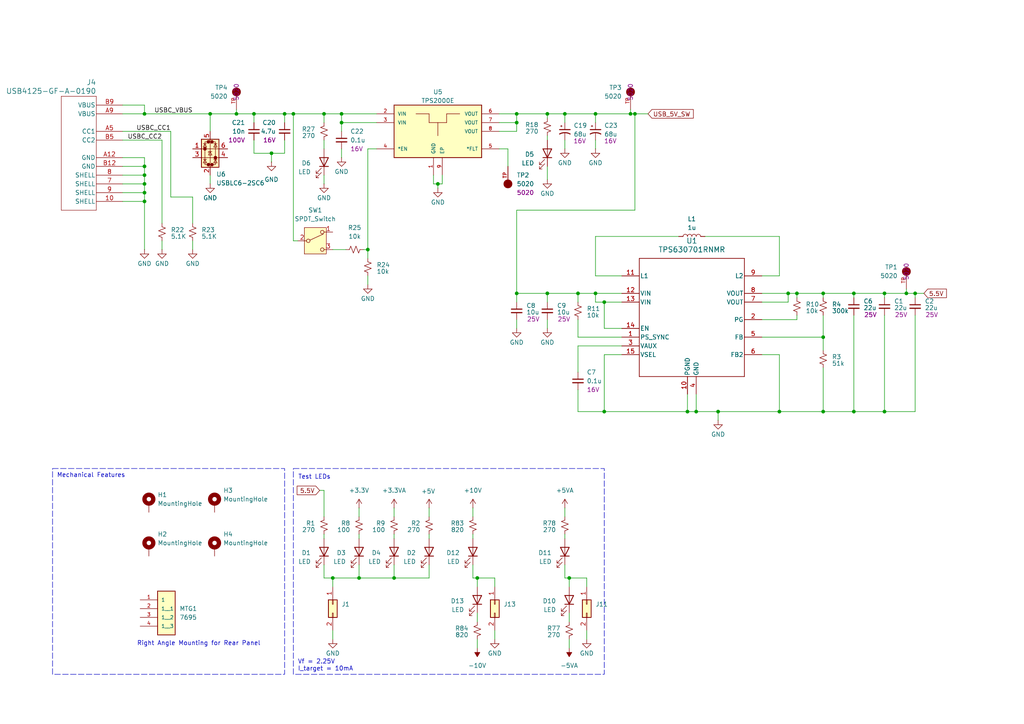
<source format=kicad_sch>
(kicad_sch (version 20250114) (generator "eeschema") (generator_version "9.0")
  (paper "A4")
  (lib_symbols
    (symbol "1_User_Library:5020" (pin_names (offset 1.016))
      (property "Reference" "TP" (at -2.5444 2.5415 0))
      (property "Value" "5020" (at -2.55 -5.0866 0))
      (symbol "5020_0_0"
        (pin passive line (at -5.08 0 0) (length 5.08) (name "~") (number "TP"))
      )
    )
    (symbol "1_User_Library:7695" (pin_names (offset 1.016))
      (property "Reference" "MTG" (at -2.54 3.81 0))
      (property "Value" "7695" (at -2.54 -11.43 0))
      (symbol "7695_0_0"
        (pin passive line (at -7.62 0 0) (length 5.08) (name "1") (number "1"))
        (pin passive line (at -7.62 -2.54 0) (length 5.08) (name "1__1") (number "2"))
        (pin passive line (at -7.62 -5.08 0) (length 5.08) (name "1__2") (number "3"))
        (pin passive line (at -7.62 -7.62 0) (length 5.08) (name "1__3") (number "4"))
      )
    )
    (symbol "1_User_Library:Capacitor_non_polar" (pin_numbers (hide yes)) (pin_names (offset 0.254) (hide yes))
      (property "Reference" "C" (at 2.54 1.778 0))
      (property "Value" "val" (at 2.54 0 0))
      (property "Voltage" "Vol" (at 2.54 -2.032 0))
      (symbol "Capacitor_non_polar_1_1"
        (pin passive line (at 0 2.54 270) (length 2.032) (name "~") (number "1"))
        (pin passive line (at 0 -2.54 90) (length 2.032) (name "~") (number "2"))
      )
    )
    (symbol "1_User_Library:Inductor" (pin_numbers (hide yes)) (pin_names (offset 1.016) (hide yes))
      (property "Reference" "L" (at -1.27 0 90))
      (property "Value" "Inductor" (at 1.905 0 90))
      (symbol "Inductor_1_1"
        (pin passive line (at 0 3.81 270) (length 1.27) (name "1") (number "1"))
        (pin passive line (at 0 -3.81 90) (length 1.27) (name "2") (number "2"))
      )
    )
    (symbol "1_User_Library:Resistor" (pin_numbers (hide yes)) (pin_names (offset 0.254) (hide yes))
      (property "Reference" "R" (at 0.762 0.508 0))
      (symbol "Resistor_1_1"
        (pin passive line (at 0 2.54 270) (length 1.016) (name "~") (number "1"))
        (pin passive line (at 0 -2.54 90) (length 1.016) (name "~") (number "2"))
      )
    )
    (symbol "1_User_Library:SPDT_Switch" (pin_names (offset 0) (hide yes))
      (property "Reference" "SW" (at 0 5.08 0))
      (property "Value" "SPDT_Switch" (at 0 -5.08 0))
      (symbol "SPDT_Switch_1_1"
        (pin passive line (at -5.08 0 0) (length 2.54) (name "COM") (number "2"))
        (pin passive line (at 5.08 2.54 180) (length 2.54) (name "ON") (number "1"))
        (pin passive line (at 5.08 -2.54 180) (length 2.54) (name "ON") (number "3"))
      )
    )
    (symbol "1_User_Library:TPS2000E" (pin_names (offset 1.016))
      (property "Reference" "U" (at -1.016 10.16 0))
      (property "Value" "TPS2000E" (at 0 8.382 0))
      (symbol "TPS2000E_0_0"
        (pin input line (at -17.78 5.08 0) (length 5.08) (name "VIN") (number "2"))
        (pin output line (at -17.78 2.54 0) (length 5.08) (name "VIN") (number "3"))
        (pin output line (at -17.78 -5.08 0) (length 5.08) (name "*EN") (number "4"))
        (pin output line (at 17.78 5.08 180) (length 5.08) (name "VOUT") (number "6"))
        (pin output line (at 17.78 2.54 180) (length 5.08) (name "VOUT") (number "7"))
        (pin output line (at 17.78 0 180) (length 5.08) (name "VOUT") (number "8"))
        (pin power_in line (at 17.78 -5.08 180) (length 5.08) (name "*FLT") (number "5"))
      )
      (symbol "TPS2000E_1_0"
        (pin input line (at -1.27 -12.7 90) (length 5.08) (name "GND") (number "1"))
        (pin input line (at 1.27 -12.7 90) (length 5.08) (name "EP") (number "9"))
      )
    )
    (symbol "1_User_Library:TPS630701RNMR" (pin_names (offset 0.254))
      (property "Reference" "U" (at -0.254 29.718 0))
      (property "Value" "TPS630701RNMR" (at -0.254 27.178 0))
      (symbol "TPS630701RNMR_0_1"
        (pin unspecified line (at -20.32 20.32 0) (length 5.08) (name "L1") (number "11"))
        (pin power_in line (at -20.32 15.24 0) (length 5.08) (name "VIN") (number "12"))
        (pin power_in line (at -20.32 12.7 0) (length 5.08) (name "VIN") (number "13"))
        (pin input line (at -20.32 5.08 0) (length 5.08) (name "EN") (number "14"))
        (pin input line (at -20.32 2.54 0) (length 5.08) (name "PS_SYNC") (number "1"))
        (pin unspecified line (at -20.32 0 0) (length 5.08) (name "VAUX") (number "3"))
        (pin input line (at -20.32 -2.54 0) (length 5.08) (name "VSEL") (number "15"))
        (pin power_in line (at -1.27 -13.97 90) (length 5.08) (name "PGND") (number "10"))
        (pin power_in line (at 1.27 -13.97 90) (length 5.08) (name "GND") (number "4"))
        (pin unspecified line (at 20.32 20.32 180) (length 5.08) (name "L2") (number "9"))
        (pin power_in line (at 20.32 15.24 180) (length 5.08) (name "VOUT") (number "8"))
        (pin power_in line (at 20.32 12.7 180) (length 5.08) (name "VOUT") (number "7"))
        (pin open_collector line (at 20.32 7.62 180) (length 5.08) (name "PG") (number "2"))
        (pin output line (at 20.32 2.54 180) (length 5.08) (name "FB") (number "5"))
        (pin input line (at 20.32 -2.54 180) (length 5.08) (name "FB2") (number "6"))
      )
    )
    (symbol "1_User_Library:USB4125-GF-A-0190" (pin_names (offset 0.254))
      (property "Reference" "J" (at 20.32 10.16 0))
      (property "Value" "USB4125-GF-A-0190" (at 20.32 7.62 0))
      (symbol "USB4125-GF-A-0190_0_1"
        (pin unspecified line (at 0 2.54 0) (length 7.62) (name "VBUS") (number "B9"))
        (pin unspecified line (at 0 -5.08 0) (length 7.62) (name "CC1") (number "A5"))
        (pin unspecified line (at 0 -7.62 0) (length 7.62) (name "CC2") (number "B5"))
        (pin unspecified line (at 0 -12.7 0) (length 7.62) (name "GND") (number "A12"))
        (pin unspecified line (at 0 -15.24 0) (length 7.62) (name "GND") (number "B12"))
        (pin unspecified line (at 0 -17.78 0) (length 7.62) (name "SHELL") (number "8"))
        (pin unspecified line (at 0 -20.32 0) (length 7.62) (name "SHELL") (number "7"))
        (pin unspecified line (at 0 -22.86 0) (length 7.62) (name "SHELL") (number "9"))
        (pin unspecified line (at 0 -25.4 0) (length 7.62) (name "SHELL") (number "10"))
      )
      (symbol "USB4125-GF-A-0190_1_1"
        (pin unspecified line (at 0 0 0) (length 7.62) (name "VBUS") (number "A9"))
      )
    )
    (symbol "Capacitor_non_polar_1" (pin_numbers (hide yes)) (pin_names (offset 0.254) (hide yes))
      (property "Reference" "C" (at 0.254 1.778 0))
      (symbol "Capacitor_non_polar_1_1_1"
        (pin passive line (at 0 2.54 270) (length 2.032) (name "~") (number "1"))
        (pin passive line (at 0 -2.54 90) (length 2.032) (name "~") (number "2"))
      )
    )
    (symbol "Capacitor_non_polar_2" (pin_numbers (hide yes)) (pin_names (offset 0.254) (hide yes))
      (property "Reference" "C" (at 2.54 1.778 0))
      (property "Value" "val" (at 2.54 0 0))
      (property "Voltage" "Vol" (at 2.54 -2.032 0))
      (symbol "Capacitor_non_polar_2_1_1"
        (pin passive line (at 0 2.54 270) (length 2.032) (name "~") (number "1"))
        (pin passive line (at 0 -2.54 90) (length 2.032) (name "~") (number "2"))
      )
    )
    (symbol "Connector_Generic:Conn_02x01" (pin_names (offset 1.016) (hide yes))
      (property "Reference" "J" (at 1.27 2.54 0))
      (property "Value" "Conn_02x01" (at 1.27 -2.54 0))
      (symbol "Conn_02x01_1_1"
        (pin passive line (at -5.08 0 0) (length 3.81) (name "Pin_1") (number "1"))
        (pin passive line (at 7.62 0 180) (length 3.81) (name "Pin_2") (number "2"))
      )
    )
    (symbol "Device:C_Polarized_Small_US" (pin_numbers (hide yes)) (pin_names (offset 0.254) (hide yes))
      (property "Reference" "C" (at 0.254 1.778 0))
      (property "Value" "C_Polarized_Small_US" (at 0.254 -2.032 0))
      (symbol "C_Polarized_Small_US_1_1"
        (pin passive line (at 0 2.54 270) (length 2.032) (name "~") (number "1"))
        (pin passive line (at 0 -2.54 90) (length 2.032) (name "~") (number "2"))
      )
    )
    (symbol "Device:LED" (pin_numbers (hide yes)) (pin_names (offset 1.016) (hide yes))
      (property "Reference" "D" (at 0 2.54 0))
      (property "Value" "LED" (at 0 -2.54 0))
      (symbol "LED_1_1"
        (pin passive line (at -3.81 0 0) (length 2.54) (name "K") (number "1"))
        (pin passive line (at 3.81 0 180) (length 2.54) (name "A") (number "2"))
      )
    )
    (symbol "Mechanical:MountingHole_Pad" (pin_numbers (hide yes)) (pin_names (offset 1.016) (hide yes)) (exclude_from_sim yes) (in_bom no)
      (property "Reference" "H" (at 0 6.35 0))
      (property "Value" "MountingHole_Pad" (at 0 4.445 0))
      (symbol "MountingHole_Pad_1_1"
        (pin input line (at 0 -2.54 90) (length 2.54) (name "1") (number "1"))
      )
    )
    (symbol "Power_Protection:USBLC6-2SC6" (pin_names (hide yes))
      (property "Reference" "U" (at 0.635 5.715 0))
      (property "Value" "USBLC6-2SC6" (at 0.635 3.81 0))
      (symbol "USBLC6-2SC6_1_1"
        (pin passive line (at -5.08 0 0) (length 2.54) (name "I/O1") (number "1"))
        (pin passive line (at -5.08 -2.54 0) (length 2.54) (name "I/O2") (number "3"))
        (pin passive line (at 0 5.08 270) (length 2.54) (name "VBUS") (number "5"))
        (pin passive line (at 0 -7.62 90) (length 2.54) (name "GND") (number "2"))
        (pin passive line (at 5.08 0 180) (length 2.54) (name "I/O1") (number "6"))
        (pin passive line (at 5.08 -2.54 180) (length 2.54) (name "I/O2") (number "4"))
      )
    )
    (symbol "power:+10V" (power) (pin_numbers (hide yes)) (pin_names (offset 0) (hide yes))
      (property "Value" "+10V" (at 0 3.556 0))
      (symbol "+10V_1_1"
        (pin power_in line (at 0 0 90) (length 0) (name "~") (number "1"))
      )
    )
    (symbol "power:+3.3V" (power) (pin_numbers (hide yes)) (pin_names (offset 0) (hide yes))
      (property "Value" "+3.3V" (at 0 3.556 0))
      (symbol "+3.3V_1_1"
        (pin power_in line (at 0 0 90) (length 0) (name "~") (number "1"))
      )
    )
    (symbol "power:+3.3VA" (power) (pin_numbers (hide yes)) (pin_names (offset 0) (hide yes))
      (property "Value" "+3.3VA" (at 0 3.556 0))
      (symbol "+3.3VA_1_1"
        (pin power_in line (at 0 0 90) (length 0) (name "~") (number "1"))
      )
    )
    (symbol "power:+5V" (power) (pin_numbers (hide yes)) (pin_names (offset 0) (hide yes))
      (property "Value" "+5V" (at 0 3.556 0))
      (symbol "+5V_1_1"
        (pin power_in line (at 0 0 90) (length 0) (name "~") (number "1"))
      )
    )
    (symbol "power:+5VA" (power) (pin_numbers (hide yes)) (pin_names (offset 0) (hide yes))
      (property "Value" "+5VA" (at 0 3.556 0))
      (symbol "+5VA_1_1"
        (pin power_in line (at 0 0 90) (length 0) (name "~") (number "1"))
      )
    )
    (symbol "power:-10V" (power) (pin_numbers (hide yes)) (pin_names (offset 0) (hide yes))
      (property "Value" "-10V" (at 0 3.556 0))
      (symbol "-10V_0_0"
        (pin power_in line (at 0 0 90) (length 0) (name "~") (number "1"))
      )
    )
    (symbol "power:-5VA" (power) (pin_numbers (hide yes)) (pin_names (offset 0) (hide yes))
      (property "Value" "-5VA" (at 0 3.556 0))
      (symbol "-5VA_0_0"
        (pin power_in line (at 0 0 90) (length 0) (name "~") (number "1"))
      )
    )
    (symbol "power:GND" (power) (pin_numbers (hide yes)) (pin_names (offset 0) (hide yes))
      (property "Value" "GND" (at 0 -3.81 0))
      (symbol "GND_1_1"
        (pin power_in line (at 0 0 270) (length 0) (name "~") (number "1"))
      )
    )
  )
  (rectangle (start 85.09 135.89) (end 175.26 195.58) (stroke (width 0) (type dash)))
  (rectangle (start 15.24 135.89) (end 82.55 195.58) (stroke (width 0) (type dash)))
  (text "Mechanical Features" (at 26.416 137.922 0) (effects (font (size 1.27 1.27))))
  (text "Vf = 2.25V\nI_target = 10mA" (at 86.36 193.04 0) (effects (font (size 1.27 1.27)) (justify left)))
  (text "Test LEDs" (at 91.186 138.43 0) (effects (font (size 1.27 1.27))))
  (text "Right Angle Mounting for Rear Panel" (at 57.658 186.69 0) (effects (font (size 1.27 1.27))))
  (junction (at 175.26 119.38))
  (junction (at 158.75 85.09))
  (junction (at 68.58 33.02))
  (junction (at 99.06 35.56))
  (junction (at 208.28 119.38))
  (junction (at 138.43 167.64))
  (junction (at 228.6 85.09))
  (junction (at 199.39 119.38))
  (junction (at 247.65 119.38))
  (junction (at 78.74 44.45))
  (junction (at 231.14 85.09))
  (junction (at 256.54 85.09))
  (junction (at 41.91 55.88))
  (junction (at 256.54 119.38))
  (junction (at 96.52 167.64))
  (junction (at 184.15 33.02))
  (junction (at 238.76 97.79))
  (junction (at 82.55 33.02))
  (junction (at 60.96 33.02))
  (junction (at 172.72 85.09))
  (junction (at 201.93 119.38))
  (junction (at 85.09 33.02))
  (junction (at 247.65 85.09))
  (junction (at 238.76 85.09))
  (junction (at 182.88 33.02))
  (junction (at 226.06 119.38))
  (junction (at 175.26 87.63))
  (junction (at 158.75 33.02))
  (junction (at 104.14 167.64))
  (junction (at 114.3 167.64))
  (junction (at 106.68 72.39))
  (junction (at 93.98 33.02))
  (junction (at 262.89 85.09))
  (junction (at 127 53.34))
  (junction (at 41.91 53.34))
  (junction (at 265.43 85.09))
  (junction (at 149.86 35.56))
  (junction (at 238.76 119.38))
  (junction (at 163.83 33.02))
  (junction (at 41.91 48.26))
  (junction (at 172.72 33.02))
  (junction (at 41.91 33.02))
  (junction (at 41.91 50.8))
  (junction (at 73.66 33.02))
  (junction (at 149.86 33.02))
  (junction (at 41.91 58.42))
  (junction (at 167.64 85.09))
  (junction (at 99.06 33.02))
  (junction (at 149.86 85.09))
  (junction (at 165.1 167.64))
  (wire (pts (xy 114.3 154.94) (xy 114.3 156.21)))
  (wire (pts (xy 125.73 50.8) (xy 125.73 53.34)))
  (wire (pts (xy 180.34 102.87) (xy 175.26 102.87)))
  (wire (pts (xy 163.83 33.02) (xy 172.72 33.02)))
  (wire (pts (xy 73.66 40.64) (xy 73.66 44.45)))
  (wire (pts (xy 60.96 50.8) (xy 60.96 53.34)))
  (wire (pts (xy 149.86 85.09) (xy 149.86 87.63)))
  (wire (pts (xy 165.1 185.42) (xy 165.1 187.96)))
  (wire (pts (xy 96.52 72.39) (xy 100.33 72.39)))
  (wire (pts (xy 93.98 167.64) (xy 96.52 167.64)))
  (wire (pts (xy 265.43 86.36) (xy 265.43 85.09)))
  (wire (pts (xy 238.76 97.79) (xy 238.76 101.6)))
  (wire (pts (xy 226.06 119.38) (xy 238.76 119.38)))
  (wire (pts (xy 226.06 80.01) (xy 226.06 68.58)))
  (wire (pts (xy 82.55 33.02) (xy 82.55 35.56)))
  (wire (pts (xy 114.3 167.64) (xy 124.46 167.64)))
  (wire (pts (xy 149.86 33.02) (xy 158.75 33.02)))
  (wire (pts (xy 35.56 38.1) (xy 49.53 38.1)))
  (wire (pts (xy 184.15 33.02) (xy 182.88 33.02)))
  (wire (pts (xy 196.85 68.58) (xy 172.72 68.58)))
  (wire (pts (xy 106.68 80.01) (xy 106.68 82.55)))
  (wire (pts (xy 231.14 86.36) (xy 231.14 85.09)))
  (wire (pts (xy 41.91 30.48) (xy 35.56 30.48)))
  (wire (pts (xy 55.88 69.85) (xy 55.88 72.39)))
  (wire (pts (xy 167.64 107.95) (xy 167.64 100.33)))
  (wire (pts (xy 143.51 182.88) (xy 143.51 185.42)))
  (wire (pts (xy 208.28 119.38) (xy 226.06 119.38)))
  (wire (pts (xy 68.58 33.02) (xy 73.66 33.02)))
  (wire (pts (xy 158.75 92.71) (xy 158.75 95.25)))
  (wire (pts (xy 124.46 147.32) (xy 124.46 149.86)))
  (wire (pts (xy 167.64 87.63) (xy 167.64 85.09)))
  (wire (pts (xy 55.88 57.15) (xy 49.53 57.15)))
  (wire (pts (xy 104.14 147.32) (xy 104.14 149.86)))
  (wire (pts (xy 184.15 60.96) (xy 184.15 33.02)))
  (wire (pts (xy 106.68 72.39) (xy 106.68 74.93)))
  (wire (pts (xy 114.3 167.64) (xy 104.14 167.64)))
  (wire (pts (xy 93.98 163.83) (xy 93.98 167.64)))
  (wire (pts (xy 172.72 33.02) (xy 172.72 35.56)))
  (wire (pts (xy 41.91 53.34) (xy 35.56 53.34)))
  (wire (pts (xy 220.98 97.79) (xy 238.76 97.79)))
  (wire (pts (xy 262.89 83.82) (xy 262.89 85.09)))
  (wire (pts (xy 149.86 35.56) (xy 149.86 33.02)))
  (wire (pts (xy 41.91 48.26) (xy 41.91 50.8)))
  (wire (pts (xy 170.18 167.64) (xy 170.18 170.18)))
  (wire (pts (xy 41.91 33.02) (xy 60.96 33.02)))
  (wire (pts (xy 167.64 100.33) (xy 180.34 100.33)))
  (wire (pts (xy 138.43 185.42) (xy 138.43 187.96)))
  (wire (pts (xy 256.54 119.38) (xy 247.65 119.38)))
  (wire (pts (xy 41.91 30.48) (xy 41.91 33.02)))
  (wire (pts (xy 163.83 163.83) (xy 163.83 167.64)))
  (wire (pts (xy 114.3 163.83) (xy 114.3 167.64)))
  (wire (pts (xy 93.98 33.02) (xy 99.06 33.02)))
  (wire (pts (xy 106.68 43.18) (xy 109.22 43.18)))
  (wire (pts (xy 99.06 43.18) (xy 99.06 45.72)))
  (wire (pts (xy 163.83 154.94) (xy 163.83 156.21)))
  (wire (pts (xy 41.91 55.88) (xy 35.56 55.88)))
  (wire (pts (xy 208.28 119.38) (xy 208.28 121.92)))
  (wire (pts (xy 172.72 40.64) (xy 172.72 43.18)))
  (wire (pts (xy 93.98 50.8) (xy 93.98 53.34)))
  (wire (pts (xy 96.52 167.64) (xy 104.14 167.64)))
  (wire (pts (xy 99.06 35.56) (xy 99.06 33.02)))
  (wire (pts (xy 41.91 45.72) (xy 41.91 48.26)))
  (wire (pts (xy 93.98 142.24) (xy 93.98 149.86)))
  (wire (pts (xy 247.65 91.44) (xy 247.65 119.38)))
  (wire (pts (xy 175.26 87.63) (xy 175.26 95.25)))
  (wire (pts (xy 144.78 43.18) (xy 147.32 43.18)))
  (wire (pts (xy 93.98 40.64) (xy 93.98 43.18)))
  (wire (pts (xy 137.16 163.83) (xy 137.16 167.64)))
  (wire (pts (xy 125.73 53.34) (xy 127 53.34)))
  (wire (pts (xy 163.83 167.64) (xy 165.1 167.64)))
  (wire (pts (xy 220.98 85.09) (xy 228.6 85.09)))
  (wire (pts (xy 96.52 167.64) (xy 96.52 170.18)))
  (wire (pts (xy 149.86 85.09) (xy 158.75 85.09)))
  (wire (pts (xy 167.64 85.09) (xy 172.72 85.09)))
  (wire (pts (xy 180.34 87.63) (xy 175.26 87.63)))
  (wire (pts (xy 49.53 38.1) (xy 49.53 57.15)))
  (wire (pts (xy 247.65 85.09) (xy 256.54 85.09)))
  (wire (pts (xy 73.66 33.02) (xy 82.55 33.02)))
  (wire (pts (xy 167.64 113.03) (xy 167.64 119.38)))
  (wire (pts (xy 144.78 35.56) (xy 149.86 35.56)))
  (wire (pts (xy 262.89 85.09) (xy 265.43 85.09)))
  (wire (pts (xy 172.72 80.01) (xy 180.34 80.01)))
  (wire (pts (xy 137.16 154.94) (xy 137.16 156.21)))
  (wire (pts (xy 231.14 92.71) (xy 231.14 91.44)))
  (wire (pts (xy 82.55 33.02) (xy 85.09 33.02)))
  (wire (pts (xy 163.83 147.32) (xy 163.83 149.86)))
  (wire (pts (xy 158.75 85.09) (xy 158.75 87.63)))
  (wire (pts (xy 41.91 53.34) (xy 41.91 55.88)))
  (wire (pts (xy 60.96 33.02) (xy 68.58 33.02)))
  (wire (pts (xy 127 53.34) (xy 128.27 53.34)))
  (wire (pts (xy 149.86 60.96) (xy 184.15 60.96)))
  (wire (pts (xy 167.64 119.38) (xy 175.26 119.38)))
  (wire (pts (xy 158.75 39.37) (xy 158.75 40.64)))
  (wire (pts (xy 170.18 182.88) (xy 170.18 185.42)))
  (wire (pts (xy 180.34 95.25) (xy 175.26 95.25)))
  (wire (pts (xy 35.56 40.64) (xy 46.99 40.64)))
  (wire (pts (xy 167.64 92.71) (xy 167.64 97.79)))
  (wire (pts (xy 137.16 167.64) (xy 138.43 167.64)))
  (wire (pts (xy 144.78 38.1) (xy 149.86 38.1)))
  (wire (pts (xy 55.88 57.15) (xy 55.88 64.77)))
  (wire (pts (xy 41.91 58.42) (xy 35.56 58.42)))
  (wire (pts (xy 99.06 33.02) (xy 109.22 33.02)))
  (wire (pts (xy 144.78 33.02) (xy 149.86 33.02)))
  (wire (pts (xy 247.65 86.36) (xy 247.65 85.09)))
  (wire (pts (xy 92.71 142.24) (xy 93.98 142.24)))
  (wire (pts (xy 199.39 119.38) (xy 201.93 119.38)))
  (wire (pts (xy 172.72 68.58) (xy 172.72 80.01)))
  (wire (pts (xy 41.91 50.8) (xy 41.91 53.34)))
  (wire (pts (xy 158.75 33.02) (xy 163.83 33.02)))
  (wire (pts (xy 228.6 85.09) (xy 228.6 87.63)))
  (wire (pts (xy 228.6 87.63) (xy 220.98 87.63)))
  (wire (pts (xy 82.55 44.45) (xy 78.74 44.45)))
  (wire (pts (xy 85.09 69.85) (xy 85.09 33.02)))
  (wire (pts (xy 104.14 163.83) (xy 104.14 167.64)))
  (wire (pts (xy 35.56 33.02) (xy 41.91 33.02)))
  (wire (pts (xy 99.06 35.56) (xy 99.06 38.1)))
  (wire (pts (xy 149.86 85.09) (xy 149.86 60.96)))
  (wire (pts (xy 267.97 85.09) (xy 265.43 85.09)))
  (wire (pts (xy 256.54 85.09) (xy 262.89 85.09)))
  (wire (pts (xy 256.54 91.44) (xy 256.54 119.38)))
  (wire (pts (xy 167.64 97.79) (xy 180.34 97.79)))
  (wire (pts (xy 138.43 167.64) (xy 138.43 170.18)))
  (wire (pts (xy 226.06 68.58) (xy 204.47 68.58)))
  (wire (pts (xy 172.72 85.09) (xy 180.34 85.09)))
  (wire (pts (xy 238.76 119.38) (xy 238.76 106.68)))
  (wire (pts (xy 165.1 177.8) (xy 165.1 180.34)))
  (wire (pts (xy 182.88 33.02) (xy 172.72 33.02)))
  (wire (pts (xy 220.98 80.01) (xy 226.06 80.01)))
  (wire (pts (xy 93.98 154.94) (xy 93.98 156.21)))
  (wire (pts (xy 128.27 50.8) (xy 128.27 53.34)))
  (wire (pts (xy 158.75 85.09) (xy 167.64 85.09)))
  (wire (pts (xy 73.66 33.02) (xy 73.66 35.56)))
  (wire (pts (xy 163.83 40.64) (xy 163.83 43.18)))
  (wire (pts (xy 60.96 33.02) (xy 60.96 38.1)))
  (wire (pts (xy 41.91 55.88) (xy 41.91 58.42)))
  (wire (pts (xy 231.14 85.09) (xy 238.76 85.09)))
  (wire (pts (xy 158.75 33.02) (xy 158.75 34.29)))
  (wire (pts (xy 238.76 119.38) (xy 247.65 119.38)))
  (wire (pts (xy 138.43 167.64) (xy 143.51 167.64)))
  (wire (pts (xy 86.36 69.85) (xy 85.09 69.85)))
  (wire (pts (xy 147.32 43.18) (xy 147.32 48.26)))
  (wire (pts (xy 96.52 182.88) (xy 96.52 185.42)))
  (wire (pts (xy 46.99 40.64) (xy 46.99 64.77)))
  (wire (pts (xy 201.93 114.3) (xy 201.93 119.38)))
  (wire (pts (xy 175.26 87.63) (xy 172.72 87.63)))
  (wire (pts (xy 220.98 92.71) (xy 231.14 92.71)))
  (wire (pts (xy 182.88 31.75) (xy 182.88 33.02)))
  (wire (pts (xy 175.26 102.87) (xy 175.26 119.38)))
  (wire (pts (xy 124.46 154.94) (xy 124.46 156.21)))
  (wire (pts (xy 41.91 58.42) (xy 41.91 72.39)))
  (wire (pts (xy 138.43 177.8) (xy 138.43 180.34)))
  (wire (pts (xy 85.09 33.02) (xy 93.98 33.02)))
  (wire (pts (xy 265.43 91.44) (xy 265.43 119.38)))
  (wire (pts (xy 46.99 69.85) (xy 46.99 72.39)))
  (wire (pts (xy 137.16 147.32) (xy 137.16 149.86)))
  (wire (pts (xy 104.14 154.94) (xy 104.14 156.21)))
  (wire (pts (xy 149.86 38.1) (xy 149.86 35.56)))
  (wire (pts (xy 175.26 119.38) (xy 199.39 119.38)))
  (wire (pts (xy 41.91 48.26) (xy 35.56 48.26)))
  (wire (pts (xy 149.86 92.71) (xy 149.86 95.25)))
  (wire (pts (xy 41.91 50.8) (xy 35.56 50.8)))
  (wire (pts (xy 124.46 163.83) (xy 124.46 167.64)))
  (wire (pts (xy 68.58 31.75) (xy 68.58 33.02)))
  (wire (pts (xy 172.72 87.63) (xy 172.72 85.09)))
  (wire (pts (xy 231.14 85.09) (xy 228.6 85.09)))
  (wire (pts (xy 82.55 40.64) (xy 82.55 44.45)))
  (wire (pts (xy 184.15 33.02) (xy 187.96 33.02)))
  (wire (pts (xy 78.74 44.45) (xy 73.66 44.45)))
  (wire (pts (xy 256.54 85.09) (xy 256.54 86.36)))
  (wire (pts (xy 165.1 167.64) (xy 170.18 167.64)))
  (wire (pts (xy 106.68 43.18) (xy 106.68 72.39)))
  (wire (pts (xy 199.39 114.3) (xy 199.39 119.38)))
  (wire (pts (xy 105.41 72.39) (xy 106.68 72.39)))
  (wire (pts (xy 226.06 102.87) (xy 226.06 119.38)))
  (wire (pts (xy 238.76 85.09) (xy 247.65 85.09)))
  (wire (pts (xy 238.76 86.36) (xy 238.76 85.09)))
  (wire (pts (xy 109.22 35.56) (xy 99.06 35.56)))
  (wire (pts (xy 165.1 167.64) (xy 165.1 170.18)))
  (wire (pts (xy 163.83 33.02) (xy 163.83 35.56)))
  (wire (pts (xy 220.98 102.87) (xy 226.06 102.87)))
  (wire (pts (xy 265.43 119.38) (xy 256.54 119.38)))
  (wire (pts (xy 114.3 147.32) (xy 114.3 149.86)))
  (wire (pts (xy 127 53.34) (xy 127 54.61)))
  (wire (pts (xy 35.56 45.72) (xy 41.91 45.72)))
  (wire (pts (xy 143.51 167.64) (xy 143.51 170.18)))
  (wire (pts (xy 78.74 44.45) (xy 78.74 46.99)))
  (wire (pts (xy 238.76 97.79) (xy 238.76 91.44)))
  (wire (pts (xy 93.98 33.02) (xy 93.98 35.56)))
  (wire (pts (xy 201.93 119.38) (xy 208.28 119.38)))
  (wire (pts (xy 158.75 48.26) (xy 158.75 52.07)))
  (label "USBC_VBUS" (at 55.88 33.02 180))
  (label "USBC_CC2" (at 46.99 40.64 180))
  (label "USBC_CC1" (at 49.53 38.1 180))
  (global_label "5.5V" (shape input) (at 267.97 85.09 0) (property "Intersheetrefs" "${INTERSHEET_REFS}" (effects (hide yes))))
  (global_label "USB_5V_SW" (shape input) (at 187.96 33.02 0) (property "Intersheetrefs" "${INTERSHEET_REFS}" (effects (hide yes))))
  (global_label "5.5V" (shape input) (at 92.71 142.24 180) (property "Intersheetrefs" "${INTERSHEET_REFS}" (effects (hide yes))))
  (symbol (lib_id "power:+10V") (at 137.16 147.32 0) (unit 1)
    (property "Reference" "#PWR045" (effects (hide yes)))
    (property "Value" "+10V" (at 137.16 142.24 0))
    (property "Description" "Power symbol creates a global label with name \"+10V\"" (effects (hide yes)))
  )
  (symbol (lib_id "1_User_Library:Resistor") (at 137.16 152.4 0) (mirror y) (unit 1)
    (property "Reference" "R83" (at 134.62 151.7649 0) (effects (justify left)))
    (property "Value" "820" (at 134.62 153.67 0) (effects (justify left)))
    (property "Footprint" "1_User_Library:R_0805_2012Metric_HandSolder" (effects (hide yes)))
    (property "Description" "RES, 0805, 150-OHM, 1PCT" (effects (hide yes)))
    (property "Part Number" "CRCW0805150RFKEA" (effects (hide yes)))
  )
  (symbol (lib_id "Mechanical:MountingHole_Pad") (at 62.23 158.75 0) (unit 1) (exclude_from_sim yes) (in_bom no)
    (property "Reference" "H4" (at 64.77 154.9399 0) (effects (justify left)))
    (property "Value" "MountingHole" (at 64.77 157.4799 0) (effects (justify left)))
    (property "Footprint" "MountingHole:MountingHole_3.2mm_M3_Pad_Via" (effects (hide yes)))
    (property "Description" "Mounting Hole with connection" (effects (hide yes)))
  )
  (symbol (lib_id "power:GND") (at 149.86 95.25 0) (unit 1)
    (property "Reference" "#PWR53" (effects (hide yes)))
    (property "Value" "GND" (at 149.86 99.314 0))
    (property "Description" "Power symbol creates a global label with name \"GND\" , ground" (effects (hide yes)))
  )
  (symbol (lib_id "Device:LED") (at 138.43 173.99 270) (mirror x) (unit 1)
    (property "Reference" "D13" (at 134.62 174.3074 90) (effects (justify right)))
    (property "Value" "LED" (at 134.62 176.8474 90) (effects (justify right)))
    (property "Footprint" "LED_SMD:LED_0805_2012Metric_Pad1.15x1.40mm_HandSolder" (effects (hide yes)))
    (property "Description" "Light emitting diode" (effects (hide yes)))
    (property "Part Number" "APT2012PGW" (effects (hide yes)))
  )
  (symbol (lib_id "power:+5V") (at 124.46 147.32 0) (unit 1)
    (property "Reference" "#PWR031" (effects (hide yes)))
    (property "Value" "+5V" (at 124.206 142.494 0))
    (property "Description" "Power symbol creates a global label with name \"+5V\"" (effects (hide yes)))
  )
  (symbol (lib_id "1_User_Library:Resistor") (at 163.83 152.4 0) (mirror y) (unit 1)
    (property "Reference" "R78" (at 161.29 151.7649 0) (effects (justify left)))
    (property "Value" "270" (at 161.29 153.67 0) (effects (justify left)))
    (property "Footprint" "1_User_Library:R_0805_2012Metric_HandSolder" (effects (hide yes)))
    (property "Part Number" "CRCW0805150RFKEA" (effects (hide yes)))
    (property "Manufacturer_Part_Number" "CRCW0805150RFKEA" (effects (hide yes)))
  )
  (symbol (lib_id "power:GND") (at 158.75 52.07 0) (unit 1)
    (property "Reference" "#PWR23" (effects (hide yes)))
    (property "Value" "GND" (at 158.75 56.134 0))
    (property "Description" "Power symbol creates a global label with name \"GND\" , ground" (effects (hide yes)))
  )
  (symbol (lib_id "1_User_Library:5020") (at 262.89 78.74 270) (mirror x) (unit 1)
    (property "Reference" "TP1" (at 260.35 77.4699 90) (effects (justify right)))
    (property "Value" "5020" (at 260.35 80.0099 90) (effects (justify right)))
    (property "Footprint" "1_User_Library:KEYSTONE_5020" (effects (hide yes)))
    (property "PARTREV" "C" (effects (hide yes)))
    (property "MANUFACTURER" "Keystone Electronics" (effects (hide yes)))
    (property "SNAPEDA_PN" "5020" (effects (hide yes)))
    (property "MAXIMUM_PACKAGE_HEIGHT" "5.08 mm" (effects (hide yes)))
    (property "STANDARD" "Manufacturer Recommendations" (effects (hide yes)))
    (property "Part Number" "5020" (at 262.89 78.74 0))
  )
  (symbol (lib_id "1_User_Library:Resistor") (at 102.87 72.39 90) (unit 1)
    (property "Reference" "R25" (at 102.87 66.04 90))
    (property "Value" "10k" (at 102.87 68.58 90))
    (property "Footprint" "Resistor_SMD:R_0603_1608Metric" (effects (hide yes)))
    (property "Part Number" "CRCW060310K0FKEA" (effects (hide yes)))
  )
  (symbol (lib_id "1_User_Library:Resistor") (at 55.88 67.31 0) (unit 1)
    (property "Reference" "R23" (at 58.42 66.6749 0) (effects (justify left)))
    (property "Value" "5.1K" (at 58.42 68.58 0) (effects (justify left)))
    (property "Footprint" "Resistor_SMD:R_0603_1608Metric" (effects (hide yes)))
    (property "Description" "RES, 0603, 5.1K, 1PCT" (effects (hide yes)))
    (property "Part Number" "CRCW06035K10FKEA" (effects (hide yes)))
  )
  (symbol (lib_id "power:GND") (at 55.88 72.39 0) (mirror y) (unit 1)
    (property "Reference" "#PWR40" (effects (hide yes)))
    (property "Value" "GND" (at 55.88 76.454 0))
    (property "Description" "Power symbol creates a global label with name \"GND\" , ground" (effects (hide yes)))
  )
  (symbol (lib_id "Mechanical:MountingHole_Pad") (at 43.18 158.75 0) (unit 1) (exclude_from_sim yes) (in_bom no)
    (property "Reference" "H2" (at 45.72 154.9399 0) (effects (justify left)))
    (property "Value" "MountingHole" (at 45.72 157.4799 0) (effects (justify left)))
    (property "Footprint" "MountingHole:MountingHole_3.2mm_M3_Pad_Via" (effects (hide yes)))
    (property "Description" "Mounting Hole with connection" (effects (hide yes)))
  )
  (symbol (lib_id "1_User_Library:Resistor") (at 167.64 90.17 0) (unit 1)
    (property "Reference" "R11" (at 170.18 89.5349 0) (effects (justify left)))
    (property "Value" "10k" (at 170.18 91.44 0) (effects (justify left)))
    (property "Footprint" "Resistor_SMD:R_0603_1608Metric" (effects (hide yes)))
    (property "Part Number" "CRCW060310K0FKEA" (effects (hide yes)))
  )
  (symbol (lib_id "1_User_Library:Resistor") (at 124.46 152.4 0) (mirror y) (unit 1)
    (property "Reference" "R2" (at 121.92 151.7649 0) (effects (justify left)))
    (property "Value" "270" (at 121.92 153.67 0) (effects (justify left)))
    (property "Footprint" "1_User_Library:R_0805_2012Metric_HandSolder" (effects (hide yes)))
    (property "Part Number" "CRCW0805150RFKEA" (effects (hide yes)))
    (property "Manufacturer_Part_Number" "CRCW0805150RFKEA" (effects (hide yes)))
  )
  (symbol (lib_id "Mechanical:MountingHole_Pad") (at 43.18 146.05 0) (unit 1) (exclude_from_sim yes) (in_bom no)
    (property "Reference" "H1" (at 45.72 143.5099 0) (effects (justify left)))
    (property "Value" "MountingHole" (at 45.72 146.0499 0) (effects (justify left)))
    (property "Footprint" "MountingHole:MountingHole_3.2mm_M3_Pad_Via" (effects (hide yes)))
    (property "Description" "Mounting Hole with connection" (effects (hide yes)))
  )
  (symbol (lib_id "power:-10V") (at 138.43 187.96 180) (unit 1)
    (property "Reference" "#PWR0105" (effects (hide yes)))
    (property "Value" "-10V" (at 138.43 193.04 0))
    (property "Description" "Power symbol creates a global label with name \"-10V\"" (effects (hide yes)))
  )
  (symbol (lib_id "Power_Protection:USBLC6-2SC6") (at 60.96 43.18 0) (unit 1)
    (property "Reference" "U6" (at 62.738 50.546 0) (effects (justify left)))
    (property "Value" "USBLC6-2SC6" (at 62.738 53.086 0) (effects (justify left)))
    (property "Footprint" "Package_TO_SOT_SMD:SOT-23-6" (effects (hide yes)))
    (property "Datasheet" "https://www.st.com/resource/en/datasheet/usblc6-2.pdf" (effects (hide yes)))
    (property "Description" "Very low capacitance ESD protection diode, 2 data-line, SOT-23-6" (effects (hide yes)))
    (property "Manufacturer_Part_Number" "USBLC6-2SC6" (effects (hide yes)))
    (property "Part Number" "USBLC6-2SC6" (effects (hide yes)))
  )
  (symbol (lib_id "power:GND") (at 170.18 185.42 0) (unit 1)
    (property "Reference" "#PWR89" (effects (hide yes)))
    (property "Value" "GND" (at 170.18 189.484 0))
    (property "Description" "Power symbol creates a global label with name \"GND\" , ground" (effects (hide yes)))
  )
  (symbol (lib_id "1_User_Library:5020") (at 147.32 53.34 90) (mirror x) (unit 1)
    (property "Reference" "TP2" (at 149.86 50.7999 90) (effects (justify right)))
    (property "Value" "5020" (at 149.86 53.3399 90) (effects (justify right)))
    (property "Footprint" "1_User_Library:KEYSTONE_5020" (effects (hide yes)))
    (property "PARTREV" "C" (effects (hide yes)))
    (property "MANUFACTURER" "Keystone Electronics" (effects (hide yes)))
    (property "SNAPEDA_PN" "5020" (effects (hide yes)))
    (property "MAXIMUM_PACKAGE_HEIGHT" "5.08 mm" (effects (hide yes)))
    (property "STANDARD" "Manufacturer Recommendations" (effects (hide yes)))
    (property "Part Number" "5020" (at 149.86 55.8799 90) (effects (justify right)))
  )
  (symbol (lib_id "Device:LED") (at 124.46 160.02 270) (mirror x) (unit 1)
    (property "Reference" "D2" (at 120.65 160.3374 90) (effects (justify right)))
    (property "Value" "LED" (at 120.65 162.8774 90) (effects (justify right)))
    (property "Footprint" "LED_SMD:LED_0805_2012Metric_Pad1.15x1.40mm_HandSolder" (effects (hide yes)))
    (property "Description" "Light emitting diode" (effects (hide yes)))
    (property "Part Number" "APT2012PGW" (effects (hide yes)))
  )
  (symbol (lib_id "power:+5VA") (at 163.83 147.32 0) (unit 1)
    (property "Reference" "#PWR056" (effects (hide yes)))
    (property "Value" "+5VA" (at 163.83 142.24 0))
    (property "Description" "Power symbol creates a global label with name \"+5VA\"" (effects (hide yes)))
  )
  (symbol (lib_name "Capacitor_non_polar_1") (lib_id "1_User_Library:Capacitor_non_polar") (at 256.54 88.9 0) (unit 1)
    (property "Reference" "C1" (at 259.334 87.376 0) (effects (justify left)))
    (property "Value" "22u" (at 259.334 89.2811 0) (effects (justify left)))
    (property "Footprint" "Capacitor_SMD:C_1210_3225Metric" (effects (hide yes)))
    (property "Part Number" "GRM32ER71E226ME15L " (effects (hide yes)))
    (property "Voltage" "25V" (at 261.366 91.3068 0))
    (property "Manufacturer_Part_Number" "GRM32ER71E226ME15L " (effects (hide yes)))
  )
  (symbol (lib_id "1_User_Library:7695") (at 48.26 173.99 0) (unit 1)
    (property "Reference" "MTG1" (at 52.07 176.5299 0) (effects (justify left)))
    (property "Value" "7695" (at 52.07 179.0699 0) (effects (justify left)))
    (property "Footprint" "1_User_Library:KEYSTONE_7695" (effects (hide yes)))
    (property "Part Number" "7695" (effects (hide yes)))
  )
  (symbol (lib_id "1_User_Library:5020") (at 182.88 26.67 270) (mirror x) (unit 1)
    (property "Reference" "TP3" (at 180.34 25.3999 90) (effects (justify right)))
    (property "Value" "5020" (at 180.34 27.9399 90) (effects (justify right)))
    (property "Footprint" "1_User_Library:KEYSTONE_5020" (effects (hide yes)))
    (property "PARTREV" "C" (effects (hide yes)))
    (property "MANUFACTURER" "Keystone Electronics" (effects (hide yes)))
    (property "SNAPEDA_PN" "5020" (effects (hide yes)))
    (property "MAXIMUM_PACKAGE_HEIGHT" "5.08 mm" (effects (hide yes)))
    (property "STANDARD" "Manufacturer Recommendations" (effects (hide yes)))
    (property "Part Number" "5020" (at 182.88 26.67 0))
  )
  (symbol (lib_id "Device:C_Polarized_Small_US") (at 172.72 38.1 0) (unit 1)
    (property "Reference" "C23" (at 175.26 36.3981 0) (effects (justify left)))
    (property "Value" "68u" (at 175.26 38.9381 0) (effects (justify left)))
    (property "Footprint" "Capacitor_Tantalum_SMD:CP_EIA-6032-28_Kemet-C" (effects (hide yes)))
    (property "Description" "CAP, TANTALUM, 68U" (effects (hide yes)))
    (property "Voltage" "16V" (at 177.038 40.894 0))
    (property "Part Number" "T495C686M016ATE250" (effects (hide yes)))
    (property "Manufacturer_Part_Number" "T495C686M016ATE250" (effects (hide yes)))
  )
  (symbol (lib_name "Capacitor_non_polar_2") (lib_id "1_User_Library:Capacitor_non_polar") (at 73.66 38.1 0) (mirror y) (unit 1)
    (property "Reference" "C21" (at 71.12 35.5662 0) (effects (justify left)))
    (property "Value" "10n" (at 71.12 38.1062 0) (effects (justify left)))
    (property "Footprint" "Capacitor_SMD:C_0603_1608Metric" (effects (hide yes)))
    (property "Description" "CAP CER 10000PF 100V X7R 0603" (effects (hide yes)))
    (property "Part Number" "GCM188R72A103KA37D" (effects (hide yes)))
    (property "Voltage" "100V" (at 71.12 40.6462 0) (effects (justify left)))
    (property "Manufacturer_Part_Number" "GCM188R72A103KA37D" (effects (hide yes)))
  )
  (symbol (lib_id "power:GND") (at 46.99 72.39 0) (mirror y) (unit 1)
    (property "Reference" "#PWR39" (effects (hide yes)))
    (property "Value" "GND" (at 46.99 76.454 0))
    (property "Description" "Power symbol creates a global label with name \"GND\" , ground" (effects (hide yes)))
  )
  (symbol (lib_id "Connector_Generic:Conn_02x01") (at 143.51 175.26 270) (unit 1)
    (property "Reference" "J13" (at 146.05 175.2599 90) (effects (justify left)))
    (property "Value" "Conn_02x01" (effects (hide yes)))
    (property "Footprint" "Connector_PinHeader_1.27mm:PinHeader_1x02_P1.27mm_Vertical" (effects (hide yes)))
    (property "Description" "Generic connector, double row, 02x01, this symbol is compatible with counter-clockwise, top-bottom and odd-even numbering schemes., script generated (kicad-library-utils/schlib/autogen/connector/)" (effects (hide yes)))
    (property "Part Number" "FTS-102-01-L-S" (effects (hide yes)))
  )
  (symbol (lib_id "1_User_Library:Resistor") (at 238.76 88.9 0) (unit 1)
    (property "Reference" "R4" (at 241.3 88.2649 0) (effects (justify left)))
    (property "Value" "300k" (at 241.3 90.17 0) (effects (justify left)))
    (property "Footprint" "Resistor_SMD:R_0603_1608Metric" (effects (hide yes)))
  )
  (symbol (lib_id "power:GND") (at 172.72 43.18 0) (unit 1)
    (property "Reference" "#PWR52" (effects (hide yes)))
    (property "Value" "GND" (at 172.72 47.244 0))
    (property "Description" "Power symbol creates a global label with name \"GND\" , ground" (effects (hide yes)))
  )
  (symbol (lib_id "power:GND") (at 208.28 121.92 0) (unit 1)
    (property "Reference" "#PWR91" (effects (hide yes)))
    (property "Value" "GND" (at 208.28 125.984 0))
    (property "Description" "Power symbol creates a global label with name \"GND\" , ground" (effects (hide yes)))
  )
  (symbol (lib_id "1_User_Library:SPDT_Switch") (at 91.44 69.85 0) (unit 1)
    (property "Reference" "SW1" (at 91.44 60.96 0))
    (property "Value" "SPDT_Switch" (at 91.44 63.5 0))
    (property "Footprint" "1_User_Library:100AWSP1T2B4M7RE" (effects (hide yes)))
    (property "Description" "SPDT Toggle Switch" (effects (hide yes)))
  )
  (symbol (lib_id "Device:LED") (at 93.98 46.99 270) (mirror x) (unit 1)
    (property "Reference" "D6" (at 90.17 47.3074 90) (effects (justify right)))
    (property "Value" "LED" (at 90.17 49.8474 90) (effects (justify right)))
    (property "Footprint" "LED_SMD:LED_0805_2012Metric_Pad1.15x1.40mm_HandSolder" (effects (hide yes)))
    (property "Description" "Light emitting diode" (effects (hide yes)))
    (property "Part Number" "APT2012PGW" (effects (hide yes)))
  )
  (symbol (lib_name "Capacitor_non_polar_1") (lib_id "1_User_Library:Capacitor_non_polar") (at 158.75 90.17 0) (unit 1)
    (property "Reference" "C9" (at 161.544 88.646 0) (effects (justify left)))
    (property "Value" "10u" (at 161.544 90.5511 0) (effects (justify left)))
    (property "Footprint" "Capacitor_SMD:C_0805_2012Metric" (effects (hide yes)))
    (property "Part Number" "GRM21BZ71E106KE15L " (effects (hide yes)))
    (property "Voltage" "25V" (at 163.576 92.5768 0))
    (property "Manufacturer_Part_Number" "GRM21BZ71E106KE15L " (effects (hide yes)))
  )
  (symbol (lib_id "power:-5VA") (at 165.1 187.96 180) (unit 1)
    (property "Reference" "#PWR0107" (effects (hide yes)))
    (property "Value" "-5VA" (at 165.1 193.04 0))
    (property "Description" "Power symbol creates a global label with name \"-5VA\"" (effects (hide yes)))
  )
  (symbol (lib_id "power:GND") (at 93.98 53.34 0) (unit 1)
    (property "Reference" "#PWR29" (effects (hide yes)))
    (property "Value" "GND" (at 93.98 57.404 0))
    (property "Description" "Power symbol creates a global label with name \"GND\" , ground" (effects (hide yes)))
  )
  (symbol (lib_id "1_User_Library:Resistor") (at 104.14 152.4 0) (mirror y) (unit 1)
    (property "Reference" "R8" (at 101.6 151.7649 0) (effects (justify left)))
    (property "Value" "100" (at 101.6 153.67 0) (effects (justify left)))
    (property "Footprint" "1_User_Library:R_0805_2012Metric_HandSolder" (effects (hide yes)))
    (property "Part Number" "CRCW0805150RFKEA" (effects (hide yes)))
  )
  (symbol (lib_id "Device:LED") (at 158.75 44.45 270) (mirror x) (unit 1)
    (property "Reference" "D5" (at 154.94 44.7674 90) (effects (justify right)))
    (property "Value" "LED" (at 154.94 47.3074 90) (effects (justify right)))
    (property "Footprint" "LED_SMD:LED_0805_2012Metric_Pad1.15x1.40mm_HandSolder" (effects (hide yes)))
    (property "Description" "Light emitting diode" (effects (hide yes)))
    (property "Part Number" "APT2012PGW" (effects (hide yes)))
  )
  (symbol (lib_id "1_User_Library:Resistor") (at 93.98 152.4 0) (mirror y) (unit 1)
    (property "Reference" "R1" (at 91.44 151.7649 0) (effects (justify left)))
    (property "Value" "270" (at 91.44 153.67 0) (effects (justify left)))
    (property "Footprint" "1_User_Library:R_0805_2012Metric_HandSolder" (effects (hide yes)))
    (property "Part Number" "CRCW0805150RFKEA" (effects (hide yes)))
    (property "Manufacturer_Part_Number" "CRCW0805150RFKEA" (effects (hide yes)))
  )
  (symbol (lib_id "1_User_Library:TPS2000E") (at 127 38.1 0) (unit 1)
    (property "Reference" "U5" (at 127 26.67 0))
    (property "Value" "TPS2000E" (at 127 29.21 0))
    (property "Footprint" "Package_SO:Texas_DGN0008G_VSSOP-8-1EP_3x3mm_P0.65mm_EP2x2.94mm_Mask1.846x2.15mm" (effects (hide yes)))
    (property "Description" "2A USB Switch" (effects (hide yes)))
    (property "Part Number" "TPS2000EDGNR" (effects (hide yes)))
  )
  (symbol (lib_id "power:GND") (at 143.51 185.42 0) (unit 1)
    (property "Reference" "#PWR054" (effects (hide yes)))
    (property "Value" "GND" (at 143.51 189.484 0))
    (property "Description" "Power symbol creates a global label with name \"GND\" , ground" (effects (hide yes)))
  )
  (symbol (lib_id "Device:LED") (at 165.1 173.99 270) (mirror x) (unit 1)
    (property "Reference" "D10" (at 161.29 174.3074 90) (effects (justify right)))
    (property "Value" "LED" (at 161.29 176.8474 90) (effects (justify right)))
    (property "Footprint" "LED_SMD:LED_0805_2012Metric_Pad1.15x1.40mm_HandSolder" (effects (hide yes)))
    (property "Description" "Light emitting diode" (effects (hide yes)))
    (property "Part Number" "APT2012PGW" (effects (hide yes)))
  )
  (symbol (lib_id "1_User_Library:Resistor") (at 165.1 182.88 0) (mirror y) (unit 1)
    (property "Reference" "R77" (at 162.56 182.2449 0) (effects (justify left)))
    (property "Value" "270" (at 162.56 184.15 0) (effects (justify left)))
    (property "Footprint" "1_User_Library:R_0805_2012Metric_HandSolder" (effects (hide yes)))
    (property "Part Number" "CRCW0805150RFKEA" (effects (hide yes)))
    (property "Manufacturer_Part_Number" "CRCW0805150RFKEA" (effects (hide yes)))
  )
  (symbol (lib_id "Device:LED") (at 137.16 160.02 270) (mirror x) (unit 1)
    (property "Reference" "D12" (at 133.35 160.3374 90) (effects (justify right)))
    (property "Value" "LED" (at 133.35 162.8774 90) (effects (justify right)))
    (property "Footprint" "LED_SMD:LED_0805_2012Metric_Pad1.15x1.40mm_HandSolder" (effects (hide yes)))
    (property "Description" "Light emitting diode" (effects (hide yes)))
    (property "Part Number" "APT2012PGW" (effects (hide yes)))
  )
  (symbol (lib_id "1_User_Library:Resistor") (at 231.14 88.9 0) (unit 1)
    (property "Reference" "R10" (at 233.68 88.2649 0) (effects (justify left)))
    (property "Value" "10k" (at 233.68 90.17 0) (effects (justify left)))
    (property "Footprint" "Resistor_SMD:R_0603_1608Metric" (effects (hide yes)))
    (property "Part Number" "CRCW060310K0FKEA" (effects (hide yes)))
  )
  (symbol (lib_id "Device:LED") (at 93.98 160.02 270) (mirror x) (unit 1)
    (property "Reference" "D1" (at 90.17 160.3374 90) (effects (justify right)))
    (property "Value" "LED" (at 90.17 162.8774 90) (effects (justify right)))
    (property "Footprint" "LED_SMD:LED_0805_2012Metric_Pad1.15x1.40mm_HandSolder" (effects (hide yes)))
    (property "Description" "Light emitting diode" (effects (hide yes)))
    (property "Part Number" "APT2012PGW" (effects (hide yes)))
  )
  (symbol (lib_id "1_User_Library:Resistor") (at 46.99 67.31 0) (unit 1)
    (property "Reference" "R22" (at 49.53 66.6749 0) (effects (justify left)))
    (property "Value" "5.1K" (at 49.53 68.58 0) (effects (justify left)))
    (property "Footprint" "Resistor_SMD:R_0603_1608Metric" (effects (hide yes)))
    (property "Description" "RES, 0603, 5.1K, 1PCT" (effects (hide yes)))
    (property "Part Number" "CRCW06035K10FKEA" (effects (hide yes)))
  )
  (symbol (lib_name "Capacitor_non_polar_2") (lib_id "1_User_Library:Capacitor_non_polar") (at 82.55 38.1 0) (mirror y) (unit 1)
    (property "Reference" "C20" (at 80.01 35.5662 0) (effects (justify left)))
    (property "Value" "4.7u" (at 80.01 38.1062 0) (effects (justify left)))
    (property "Footprint" "Capacitor_SMD:C_0805_2012Metric_Pad1.18x1.45mm_HandSolder" (effects (hide yes)))
    (property "Description" "CAP, MLCC, 4.7U, 50V, 0805" (effects (hide yes)))
    (property "Part Number" "GRM188Z71C475KE21D" (effects (hide yes)))
    (property "Voltage" "16V" (at 80.01 40.6462 0) (effects (justify left)))
    (property "Manufacturer_Part_Number" "GRM188Z71C475KE21D" (effects (hide yes)))
  )
  (symbol (lib_id "1_User_Library:Resistor") (at 106.68 77.47 0) (unit 1)
    (property "Reference" "R24" (at 109.22 76.8349 0) (effects (justify left)))
    (property "Value" "10k" (at 109.22 78.74 0) (effects (justify left)))
    (property "Footprint" "Resistor_SMD:R_0603_1608Metric" (effects (hide yes)))
    (property "Part Number" "CRCW060310K0FKEA" (effects (hide yes)))
  )
  (symbol (lib_id "1_User_Library:Capacitor_non_polar") (at 99.06 40.64 0) (unit 1)
    (property "Reference" "C22" (at 101.6 38.1062 0) (effects (justify left)))
    (property "Value" "0.1u" (at 101.6 40.6462 0) (effects (justify left)))
    (property "Footprint" "Capacitor_SMD:C_0603_1608Metric" (effects (hide yes)))
    (property "Description" "CAP CER 0.1UF 35V X7R 0805" (effects (hide yes)))
    (property "Part Number" "GCJ188R71C104KA01D" (effects (hide yes)))
    (property "Voltage" "16V" (at 101.6 43.1862 0) (effects (justify left)))
    (property "Manufacturer_Part_Number" "GCJ188R71C104KA01D" (effects (hide yes)))
  )
  (symbol (lib_name "Capacitor_non_polar_1") (lib_id "1_User_Library:Capacitor_non_polar") (at 149.86 90.17 0) (unit 1)
    (property "Reference" "C8" (at 152.654 88.646 0) (effects (justify left)))
    (property "Value" "10u" (at 152.654 90.5511 0) (effects (justify left)))
    (property "Footprint" "Capacitor_SMD:C_0805_2012Metric" (effects (hide yes)))
    (property "Part Number" "GRM21BZ71E106KE15L " (effects (hide yes)))
    (property "Voltage" "25V" (at 154.686 92.5768 0))
    (property "Manufacturer_Part_Number" "GRM21BZ71E106KE15L " (effects (hide yes)))
  )
  (symbol (lib_id "1_User_Library:Inductor") (at 200.66 68.58 90) (unit 1)
    (property "Reference" "L1" (at 200.66 63.5 90))
    (property "Value" "1u" (at 200.66 66.04 90))
    (property "Footprint" "Inductor_SMD:L_Wuerth_MAPI-2512" (effects (hide yes)))
    (property "Description" "1u inductor" (effects (hide yes)))
    (property "Part Number" "74438324010" (effects (hide yes)))
    (property "Manufacturer_Part_Number" "74438324010" (effects (hide yes)))
  )
  (symbol (lib_id "power:GND") (at 99.06 45.72 0) (unit 1)
    (property "Reference" "#PWR41" (effects (hide yes)))
    (property "Value" "GND" (at 99.06 49.784 0))
    (property "Description" "Power symbol creates a global label with name \"GND\" , ground" (effects (hide yes)))
  )
  (symbol (lib_id "1_User_Library:USB4125-GF-A-0190") (at 35.56 33.02 0) (mirror y) (unit 1)
    (property "Reference" "J4" (at 27.94 23.876 0) (effects (font (size 1.524 1.524)) (justify left)))
    (property "Value" "USB4125-GF-A-0190" (at 27.94 26.416 0) (effects (font (size 1.524 1.524)) (justify left)))
    (property "Footprint" "1_User_Library:CONN6_125-GF-A-0190_GCT" (effects (hide yes)))
    (property "Datasheet" "USB4125-GF-A-0190" (effects (hide yes)))
    (property "Part Number" "USB4125-GF-A-0190" (effects (hide yes)))
  )
  (symbol (lib_id "1_User_Library:Capacitor_non_polar") (at 167.64 110.49 0) (unit 1)
    (property "Reference" "C7" (at 170.18 107.9562 0) (effects (justify left)))
    (property "Value" "0.1u" (at 170.18 110.4962 0) (effects (justify left)))
    (property "Footprint" "Capacitor_SMD:C_0603_1608Metric" (effects (hide yes)))
    (property "Part Number" "GCJ188R71C104KA01D" (effects (hide yes)))
    (property "Voltage" "16V" (at 170.18 113.0362 0) (effects (justify left)))
    (property "Manufacturer_Part_Number" "GCJ188R71C104KA01D" (effects (hide yes)))
  )
  (symbol (lib_id "power:GND") (at 127 54.61 0) (unit 1)
    (property "Reference" "#PWR83" (effects (hide yes)))
    (property "Value" "GND" (at 127 58.674 0))
    (property "Description" "Power symbol creates a global label with name \"GND\" , ground" (effects (hide yes)))
  )
  (symbol (lib_id "power:GND") (at 163.83 43.18 0) (unit 1)
    (property "Reference" "#PWR43" (effects (hide yes)))
    (property "Value" "GND" (at 163.83 47.244 0))
    (property "Description" "Power symbol creates a global label with name \"GND\" , ground" (effects (hide yes)))
  )
  (symbol (lib_id "power:GND") (at 78.74 46.99 0) (mirror y) (unit 1)
    (property "Reference" "#PWR42" (effects (hide yes)))
    (property "Value" "GND" (at 78.74 52.07 0))
    (property "Description" "Power symbol creates a global label with name \"GND\" , ground" (effects (hide yes)))
  )
  (symbol (lib_id "1_User_Library:Resistor") (at 158.75 36.83 0) (mirror y) (unit 1)
    (property "Reference" "R18" (at 156.21 36.1949 0) (effects (justify left)))
    (property "Value" "270" (at 156.21 38.1 0) (effects (justify left)))
    (property "Footprint" "1_User_Library:R_0805_2012Metric_HandSolder" (effects (hide yes)))
    (property "Part Number" "CRCW0805150RFKEA" (effects (hide yes)))
    (property "Manufacturer_Part_Number" "CRCW0805150RFKEA" (effects (hide yes)))
  )
  (symbol (lib_id "Device:LED") (at 104.14 160.02 270) (mirror x) (unit 1)
    (property "Reference" "D3" (at 100.33 160.3374 90) (effects (justify right)))
    (property "Value" "LED" (at 100.33 162.8774 90) (effects (justify right)))
    (property "Footprint" "LED_SMD:LED_0805_2012Metric_Pad1.15x1.40mm_HandSolder" (effects (hide yes)))
    (property "Description" "Light emitting diode" (effects (hide yes)))
    (property "Part Number" "APT2012PGW" (effects (hide yes)))
  )
  (symbol (lib_id "1_User_Library:5020") (at 68.58 26.67 270) (mirror x) (unit 1)
    (property "Reference" "TP4" (at 66.04 25.3999 90) (effects (justify right)))
    (property "Value" "5020" (at 66.04 27.9399 90) (effects (justify right)))
    (property "Footprint" "1_User_Library:KEYSTONE_5020" (effects (hide yes)))
    (property "PARTREV" "C" (effects (hide yes)))
    (property "MANUFACTURER" "Keystone Electronics" (effects (hide yes)))
    (property "SNAPEDA_PN" "5020" (effects (hide yes)))
    (property "MAXIMUM_PACKAGE_HEIGHT" "5.08 mm" (effects (hide yes)))
    (property "STANDARD" "Manufacturer Recommendations" (effects (hide yes)))
    (property "Part Number" "5020" (at 68.58 26.67 0))
  )
  (symbol (lib_id "1_User_Library:Resistor") (at 138.43 182.88 0) (mirror y) (unit 1)
    (property "Reference" "R84" (at 135.89 182.2449 0) (effects (justify left)))
    (property "Value" "820" (at 135.89 184.15 0) (effects (justify left)))
    (property "Footprint" "1_User_Library:R_0805_2012Metric_HandSolder" (effects (hide yes)))
    (property "Part Number" "CRCW0805150RFKEA" (effects (hide yes)))
  )
  (symbol (lib_id "Device:C_Polarized_Small_US") (at 163.83 38.1 0) (unit 1)
    (property "Reference" "C19" (at 166.37 36.3981 0) (effects (justify left)))
    (property "Value" "68u" (at 166.37 38.9381 0) (effects (justify left)))
    (property "Footprint" "Capacitor_Tantalum_SMD:CP_EIA-6032-28_Kemet-C" (effects (hide yes)))
    (property "Description" "CAP, TANTALUM, 68U" (effects (hide yes)))
    (property "Voltage" "16V" (at 168.148 40.894 0))
    (property "Part Number" "T495C686M016ATE250" (effects (hide yes)))
    (property "Manufacturer_Part_Number" "T495C686M016ATE250" (effects (hide yes)))
  )
  (symbol (lib_id "1_User_Library:Resistor") (at 93.98 38.1 0) (mirror y) (unit 1)
    (property "Reference" "R27" (at 91.44 37.4649 0) (effects (justify left)))
    (property "Value" "270" (at 91.44 39.37 0) (effects (justify left)))
    (property "Footprint" "1_User_Library:R_0805_2012Metric_HandSolder" (effects (hide yes)))
    (property "Description" "RES, 0805, 150-OHM, 1PCT" (effects (hide yes)))
    (property "Part Number" "CRCW0805150RFKEA" (effects (hide yes)))
    (property "Manufacturer_Part_Number" "CRCW0805150RFKEA" (effects (hide yes)))
  )
  (symbol (lib_id "Mechanical:MountingHole_Pad") (at 62.23 146.05 0) (unit 1) (exclude_from_sim yes) (in_bom no)
    (property "Reference" "H3" (at 64.77 142.2399 0) (effects (justify left)))
    (property "Value" "MountingHole" (at 64.77 144.7799 0) (effects (justify left)))
    (property "Footprint" "MountingHole:MountingHole_3.2mm_M3_Pad_Via" (effects (hide yes)))
    (property "Description" "Mounting Hole with connection" (effects (hide yes)))
  )
  (symbol (lib_id "1_User_Library:Resistor") (at 238.76 104.14 0) (unit 1)
    (property "Reference" "R3" (at 241.3 103.5049 0) (effects (justify left)))
    (property "Value" "51k" (at 241.3 105.41 0) (effects (justify left)))
    (property "Footprint" "Resistor_SMD:R_0603_1608Metric" (effects (hide yes)))
  )
  (symbol (lib_id "Device:LED") (at 163.83 160.02 270) (mirror x) (unit 1)
    (property "Reference" "D11" (at 160.02 160.3374 90) (effects (justify right)))
    (property "Value" "LED" (at 160.02 162.8774 90) (effects (justify right)))
    (property "Footprint" "LED_SMD:LED_0805_2012Metric_Pad1.15x1.40mm_HandSolder" (effects (hide yes)))
    (property "Description" "Light emitting diode" (effects (hide yes)))
    (property "Part Number" "APT2012PGW" (effects (hide yes)))
  )
  (symbol (lib_id "Device:LED") (at 114.3 160.02 270) (mirror x) (unit 1)
    (property "Reference" "D4" (at 110.49 160.3374 90) (effects (justify right)))
    (property "Value" "LED" (at 110.49 162.8774 90) (effects (justify right)))
    (property "Footprint" "LED_SMD:LED_0805_2012Metric_Pad1.15x1.40mm_HandSolder" (effects (hide yes)))
    (property "Description" "Light emitting diode" (effects (hide yes)))
    (property "Part Number" "APT2012PGW" (effects (hide yes)))
  )
  (symbol (lib_id "power:GND") (at 106.68 82.55 0) (unit 1)
    (property "Reference" "#PWR115" (effects (hide yes)))
    (property "Value" "GND" (at 106.68 86.614 0))
    (property "Description" "Power symbol creates a global label with name \"GND\" , ground" (effects (hide yes)))
  )
  (symbol (lib_id "power:GND") (at 41.91 72.39 0) (mirror y) (unit 1)
    (property "Reference" "#PWR36" (effects (hide yes)))
    (property "Value" "GND" (at 41.91 76.454 0))
    (property "Description" "Power symbol creates a global label with name \"GND\" , ground" (effects (hide yes)))
  )
  (symbol (lib_id "1_User_Library:TPS630701RNMR") (at 200.66 100.33 0) (unit 1)
    (property "Reference" "U1" (at 200.66 69.85 0) (effects (font (size 1.524 1.524))))
    (property "Value" "TPS630701RNMR" (at 200.66 72.39 0) (effects (font (size 1.524 1.524))))
    (property "Footprint" "1_User_Library:RNM0015A" (effects (hide yes)))
    (property "Datasheet" "https://www.ti.com/lit/gpn/tps63070" (effects (hide yes)))
    (property "Description" "Wide input voltage (2V-16V) buck-boost converter" (effects (hide yes)))
    (property "Part Number" "TPS630701RNMR" (effects (hide yes)))
  )
  (symbol (lib_name "Capacitor_non_polar_1") (lib_id "1_User_Library:Capacitor_non_polar") (at 265.43 88.9 0) (unit 1)
    (property "Reference" "C2" (at 268.224 87.376 0) (effects (justify left)))
    (property "Value" "22u" (at 268.224 89.2811 0) (effects (justify left)))
    (property "Footprint" "Capacitor_SMD:C_1210_3225Metric" (effects (hide yes)))
    (property "Part Number" "GRM32ER71E226ME15L " (effects (hide yes)))
    (property "Voltage" "25V" (at 270.256 91.3068 0))
    (property "Manufacturer_Part_Number" "GRM32ER71E226ME15L " (effects (hide yes)))
  )
  (symbol (lib_id "Connector_Generic:Conn_02x01") (at 170.18 175.26 270) (unit 1)
    (property "Reference" "J11" (at 172.72 175.2599 90) (effects (justify left)))
    (property "Value" "Conn_02x01" (effects (hide yes)))
    (property "Footprint" "Connector_PinHeader_1.27mm:PinHeader_1x02_P1.27mm_Vertical" (effects (hide yes)))
    (property "Description" "Generic connector, double row, 02x01, this symbol is compatible with counter-clockwise, top-bottom and odd-even numbering schemes., script generated (kicad-library-utils/schlib/autogen/connector/)" (effects (hide yes)))
    (property "Part Number" "FTS-102-01-L-S" (effects (hide yes)))
  )
  (symbol (lib_id "1_User_Library:Resistor") (at 114.3 152.4 0) (mirror y) (unit 1)
    (property "Reference" "R9" (at 111.76 151.7649 0) (effects (justify left)))
    (property "Value" "100" (at 111.76 153.67 0) (effects (justify left)))
    (property "Footprint" "1_User_Library:R_0805_2012Metric_HandSolder" (effects (hide yes)))
    (property "Part Number" "CRCW0805150RFKEA" (effects (hide yes)))
  )
  (symbol (lib_id "power:GND") (at 60.96 53.34 0) (mirror y) (unit 1)
    (property "Reference" "#PWR048" (effects (hide yes)))
    (property "Value" "GND" (at 60.96 57.404 0))
    (property "Description" "Power symbol creates a global label with name \"GND\" , ground" (effects (hide yes)))
  )
  (symbol (lib_id "Connector_Generic:Conn_02x01") (at 96.52 175.26 270) (unit 1)
    (property "Reference" "J1" (at 99.06 175.2599 90) (effects (justify left)))
    (property "Value" "Conn_02x01" (effects (hide yes)))
    (property "Footprint" "Connector_PinHeader_1.27mm:PinHeader_1x02_P1.27mm_Vertical" (effects (hide yes)))
    (property "Description" "Generic connector, double row, 02x01, this symbol is compatible with counter-clockwise, top-bottom and odd-even numbering schemes., script generated (kicad-library-utils/schlib/autogen/connector/)" (effects (hide yes)))
    (property "Part Number" "FTS-102-01-L-S" (effects (hide yes)))
  )
  (symbol (lib_name "Capacitor_non_polar_1") (lib_id "1_User_Library:Capacitor_non_polar") (at 247.65 88.9 0) (unit 1)
    (property "Reference" "C6" (at 250.444 87.376 0) (effects (justify left)))
    (property "Value" "22u" (at 250.444 89.2811 0) (effects (justify left)))
    (property "Footprint" "Capacitor_SMD:C_1210_3225Metric" (effects (hide yes)))
    (property "Part Number" "GRM32ER71E226ME15L " (effects (hide yes)))
    (property "Voltage" "25V" (at 252.476 91.3068 0))
    (property "Manufacturer_Part_Number" "GRM32ER71E226ME15L " (effects (hide yes)))
  )
  (symbol (lib_id "power:+3.3V") (at 104.14 147.32 0) (unit 1)
    (property "Reference" "#PWR081" (effects (hide yes)))
    (property "Value" "+3.3V" (at 104.14 142.24 0))
    (property "Description" "Power symbol creates a global label with name \"+3.3V\"" (effects (hide yes)))
  )
  (symbol (lib_id "power:GND") (at 96.52 185.42 0) (unit 1)
    (property "Reference" "#PWR055" (effects (hide yes)))
    (property "Value" "GND" (at 96.52 189.484 0))
    (property "Description" "Power symbol creates a global label with name \"GND\" , ground" (effects (hide yes)))
  )
  (symbol (lib_id "power:+3.3VA") (at 114.3 147.32 0) (unit 1)
    (property "Reference" "#PWR072" (effects (hide yes)))
    (property "Value" "+3.3VA" (at 114.3 142.24 0))
    (property "Description" "Power symbol creates a global label with name \"+3.3VA\"" (effects (hide yes)))
  )
  (symbol (lib_id "power:GND") (at 158.75 95.25 0) (unit 1)
    (property "Reference" "#PWR57" (effects (hide yes)))
    (property "Value" "GND" (at 158.75 99.314 0))
    (property "Description" "Power symbol creates a global label with name \"GND\" , ground" (effects (hide yes)))
  )
)
</source>
